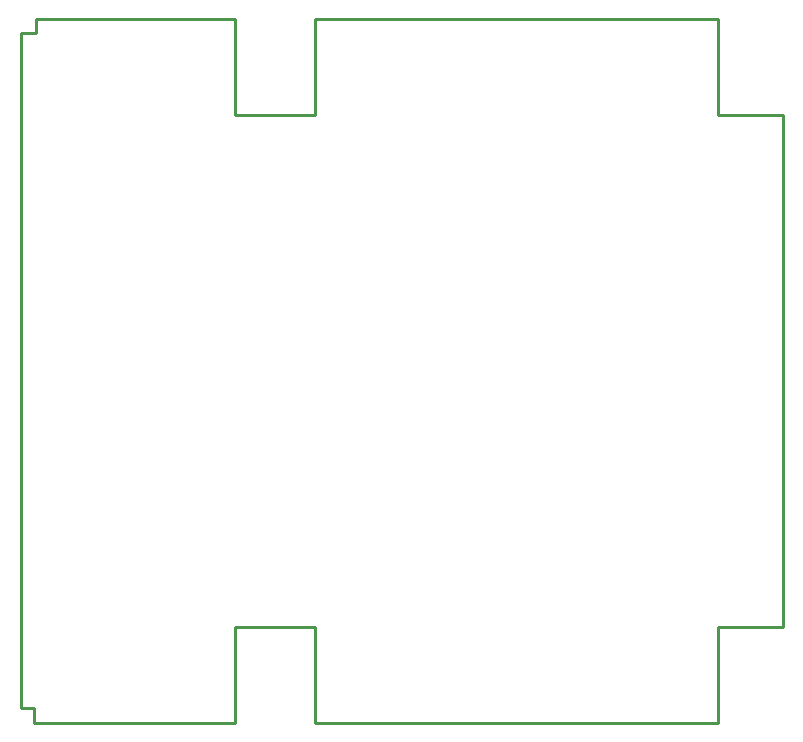
<source format=gbr>
G04 #@! TF.FileFunction,Profile,NP*
%FSLAX46Y46*%
G04 Gerber Fmt 4.6, Leading zero omitted, Abs format (unit mm)*
G04 Created by KiCad (PCBNEW 0.201501280107+5391~20~ubuntu14.10.1-product) date Fre 06 Feb 2015 15:11:44 CET*
%MOMM*%
G01*
G04 APERTURE LIST*
%ADD10C,0.150000*%
%ADD11C,0.254000*%
G04 APERTURE END LIST*
D10*
D11*
X-112204500Y206438500D02*
X-112204500Y198310500D01*
X-118935500Y206438500D02*
X-112204500Y206438500D01*
X-118935500Y198310500D02*
X-118935500Y206438500D01*
X-112204500Y249745500D02*
X-112204500Y257873500D01*
X-118935500Y249745500D02*
X-112204500Y249745500D01*
X-118935500Y257873500D02*
X-118935500Y249745500D01*
X-78041500Y249745500D02*
X-72580500Y249745500D01*
X-78041500Y257873500D02*
X-78041500Y249745500D01*
X-78041500Y206438500D02*
X-72580500Y206438500D01*
X-78041500Y198310500D02*
X-78041500Y206438500D01*
X-135826500Y256730500D02*
X-137096500Y256730500D01*
X-135826500Y257873500D02*
X-135826500Y256730500D01*
X-118935500Y257873500D02*
X-135826500Y257873500D01*
X-78041500Y257873500D02*
X-112204500Y257873500D01*
X-112204500Y198310500D02*
X-78041500Y198310500D01*
X-135953500Y198310500D02*
X-118935500Y198310500D01*
X-135953500Y199580500D02*
X-135953500Y198310500D01*
X-137096500Y199580500D02*
X-135953500Y199580500D01*
X-137096500Y256730500D02*
X-137096500Y199580500D01*
X-72580500Y206491899D02*
X-72580500Y249692000D01*
M02*

</source>
